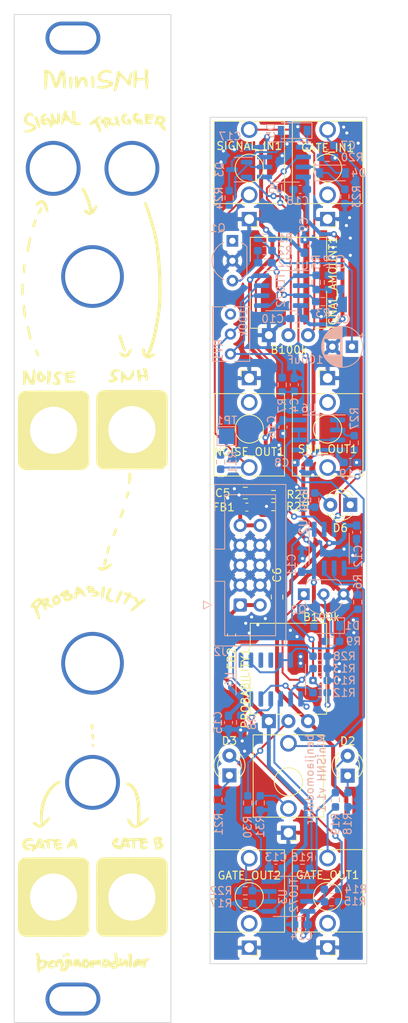
<source format=kicad_pcb>
(kicad_pcb (version 20211014) (generator pcbnew)
  (title_block (title "MiniSNH") (date "2023-06-07") (rev "V1.1") (company "benjiaomodular"))
  (layers (0 "F.Cu" signal) (31 "B.Cu" signal) (34 "B.Paste" user) (35 "F.Paste" user) (36 "B.SilkS" user "B.Silkscreen") (37 "F.SilkS" user "F.Silkscreen") (38 "B.Mask" user) (39 "F.Mask" user) (44 "Edge.Cuts" user))
  (net 0 "")
  (net 1 "GND")
  (net 2 "Net-(C1-Pad1)")
  (net 3 "Net-(C2-Pad1)")
  (net 4 "Net-(C2-Pad2)")
  (net 5 "Net-(C3-Pad2)")
  (net 6 "Net-(C4-Pad2)")
  (net 7 "+12V")
  (net 8 "-12V")
  (net 9 "Net-(D1-Pad1)")
  (net 10 "GATE_OUT1")
  (net 11 "Net-(D2-Pad1)")
  (net 12 "Net-(D3-Pad1)")
  (net 13 "Net-(D3-Pad2)")
  (net 14 "SNH_OUTPUT")
  (net 15 "NOISE_OUTPUT")
  (net 16 "GATE_OUT2")
  (net 17 "Net-(D6-Pad1)")
  (net 18 "Net-(FB1-Pad1)")
  (net 19 "GATE_IN")
  (net 20 "Net-(D2-Pad2)")
  (net 21 "Net-(FB2-Pad1)")
  (net 22 "Net-(D4-Pad1)")
  (net 24 "Net-(Q3-Pad1)")
  (net 25 "Net-(D6-Pad2)")
  (net 26 "VREF")
  (net 27 "Net-(R6-Pad1)")
  (net 28 "Net-(D5-Pad1)")
  (net 29 "Net-(D5-Pad2)")
  (net 30 "WHITE_NOISE")
  (net 34 "Net-(R4-Pad1)")
  (net 35 "Net-(R5-Pad1)")
  (net 36 "Net-(R14-Pad2)")
  (net 37 "Net-(PROB_IN1-PadT)")
  (net 38 "Net-(Q2-Pad2)")
  (net 39 "Net-(R7-Pad1)")
  (net 40 "Net-(R10-Pad2)")
  (net 41 "Net-(R16-Pad1)")
  (net 43 "Net-(R16-Pad2)")
  (net 44 "Net-(SIGNAL_AMOUNT1-Pad2)")
  (net 45 "Net-(R27-Pad1)")
  (net 46 "Net-(R28-Pad2)")
  (net 47 "Net-(PROBABILITY1-Pad2)")
  (net 49 "Net-(SIGNAL_AMOUNT1-Pad3)")
  (net 50 "Net-(Q2-Pad1)")
  (net 51 "Net-(R14-Pad1)")
  (net 54 "Net-(C8-Pad1)")
  (net 55 "Net-(C7-Pad2)")
  (net 57 "Net-(PROB_IN1-PadTN)")
  (footprint "Wire_Pads:SolderWirePad_single_0-8mmDrill" (layer "F.Cu") (at 114.974998 68.61302)
    (fp_text reference "")
    (fp_text value "")
  )
  (footprint "Wire_Pads:SolderWirePad_single_0-8mmDrill" (layer "F.Cu") (at 115.025064 161.49991)
    (fp_text reference "")
    (fp_text value "")
  )
  (footprint "LOGO" (layer "F.Cu") (at 120 113.25)
    (fp_text reference "G***" hide)
    (fp_text value "LOGO" hide)
  )
  (footprint "Wire_Pads:SolderWirePad_single_0-8mmDrill" (layer "F.Cu") (at 115.025065 101.999905)
    (fp_text reference "")
    (fp_text value "")
  )
  (footprint "LOGO" (layer "F.Cu") (at 120 113.25)
    (fp_text reference "G***" hide)
    (fp_text value "LOGO" hide)
  )
  (footprint "Resistor_SMD:R_0603_1608Metric_Pad0.98x0.95mm_HandSolder" (layer "F.Cu") (at 143.1 111.725)
    (fp_text reference "R25")
    (fp_text value "33k")
  )
  (footprint "benjiaomodular:AudioJack_3.5mm" (layer "F.Cu") (at 150 95.35)
    (fp_text reference "SNH_OUT1")
    (fp_text value "PJ-3001F" hide)
  )
  (footprint "Capacitor_SMD:C_0805_2012Metric_Pad1.18x1.45mm_HandSolder" (layer "F.Cu") (at 139.5 110 180)
    (fp_text reference "C5")
    (fp_text value "47uF")
  )
  (footprint "LED_THT:LED_D3.0mm" (layer "F.Cu") (at 152.88875 111.5 180)
    (fp_text reference "D6")
    (fp_text value "LED_Dual_Bidirectional")
  )
  (footprint "benjiaomodular:AudioJack_3.5mm" (layer "F.Cu") (at 150 75.08 180)
    (fp_text reference "GATE_IN1")
    (fp_text value "PJ-3001F" hide)
  )
  (footprint "LED_THT:LED_D3.0mm" (layer "F.Cu") (at 137.47 145.995 90)
    (fp_text reference "D3")
    (fp_text value "LED")
  )
  (footprint "benjiaomodular:Panel_4HP" (layer "F.Cu") (at 110 49)
    (fp_text reference "REF**" hide)
    (fp_text value "Panel_4HP")
  )
  (footprint "benjiaomodular:Potentiometer_RV09_NoBracket" (layer "F.Cu") (at 142.5 139.075 90)
    (fp_text reference "PROBABILITY1")
    (fp_text value "B100k")
  )
  (footprint "LED_THT:LED_D3.0mm" (layer "F.Cu") (at 152.56 146.03 90)
    (fp_text reference "D2")
    (fp_text value "LED")
  )
  (footprint "benjiaomodular:AudioJack_3.5mm" (layer "F.Cu") (at 145 153.3 180)
    (fp_text reference "PROB_IN1" hide)
    (fp_text value "PJ-3001F" hide)
  )
  (footprint "Capacitor_SMD:C_0603_1608Metric_Pad1.08x0.95mm_HandSolder" (layer "F.Cu") (at 139.7 111.8)
    (fp_text reference "FB1")
    (fp_text value "742792664")
  )
  (footprint "Capacitor_SMD:C_0805_2012Metric_Pad1.18x1.45mm_HandSolder" (layer "F.Cu") (at 143.55 123.25 -90)
    (fp_text reference "C6")
    (fp_text value "47uF")
  )
  (footprint "benjiaomodular:AudioJack_3.5mm" (layer "F.Cu") (at 140 167.95 180)
    (fp_text reference "GATE_OUT2")
    (fp_text value "PJ-3001F" hide)
  )
  (footprint "Wire_Pads:SolderWirePad_single_0-8mmDrill" (layer "F.Cu") (at 119.999999 146.882027)
    (fp_text reference "")
    (fp_text value "")
  )
  (footprint "benjiaomodular:AudioJack_3.5mm" (layer "F.Cu") (at 140 75.08 180)
    (fp_text reference "SIGNAL_IN1")
    (fp_text value "PJ-3001F" hide)
  )
  (footprint "Wire_Pads:SolderWirePad_single_0-8mmDrill" (layer "F.Cu") (at 120 131.7)
    (fp_text reference "")
    (fp_text value "")
  )
  (footprint "Wire_Pads:SolderWirePad_single_0-8mmDrill" (layer "F.Cu") (at 125.024997 68.613022)
    (fp_text reference "")
    (fp_text value "")
  )
  (footprint "Resistor_SMD:R_0603_1608Metric_Pad0.98x0.95mm_HandSolder" (layer "F.Cu") (at 143.1 110.2 180)
    (fp_text reference "R26")
    (fp_text value "100k")
  )
  (footprint "benjiaomodular:AudioJack_3.5mm" (layer "F.Cu") (at 140 95.35)
    (fp_text reference "NOISE_OUT1")
    (fp_text value "PJ-3001F" hide)
  )
  (footprint "Wire_Pads:SolderWirePad_single_0-8mmDrill" (layer "F.Cu") (at 125.024997 101.920315)
    (fp_text reference "")
    (fp_text value "")
  )
  (footprint "Wire_Pads:SolderWirePad_single_0-8mmDrill" (layer "F.Cu") (at 125.024999 161.49991)
    (fp_text reference "")
    (fp_text value "")
  )
  (footprint "Capacitor_SMD:C_0603_1608Metric_Pad1.08x0.95mm_HandSolder" (layer "F.Cu") (at 137.75 128.1 -90)
    (fp_text reference "FB2")
    (fp_text value "742792664")
  )
  (footprint "benjiaomodular:Potentiometer_RV09_NoBracket" (layer "F.Cu") (at 142.5 89.875 90)
    (fp_text reference "SIGNAL_AMOUNT1")
    (fp_text value "B100k")
  )
  (footprint "Wire_Pads:SolderWirePad_single_0-8mmDrill" (layer "F.Cu") (at 120 82.4)
    (fp_text reference "")
    (fp_text value "")
  )
  (footprint "benjiaomodular:AudioJack_3.5mm" (layer "F.Cu") (at 150 167.93 180)
    (fp_text reference "GATE_OUT1")
    (fp_text value "PJ-3001F" hide)
  )
  (footprint "Capacitor_SMD:C_0603_1608Metric_Pad1.08x0.95mm_HandSolder" (layer "B.Cu") (at 139 65.9)
    (fp_text reference "C17")
    (fp_text value "100nF")
  )
  (footprint "Capacitor_SMD:C_0603_1608Metric_Pad1.08x0.95mm_HandSolder" (layer "B.Cu") (at 145.75 96.2 -90)
    (fp_text reference "C4")
    (fp_text value "220nF")
  )
  (footprint "Resistor_SMD:R_0603_1608Metric_Pad0.98x0.95mm_HandSolder" (layer "B.Cu") (at 139.5 160.7 180)
    (fp_text reference "R22")
    (fp_text value "1k")
  )
  (footprint "Capacitor_SMD:C_0603_1608Metric_Pad1.08x0.95mm_HandSolder" (layer "B.Cu") (at 142 80.65)
    (fp_text reference "C2")
    (fp_text value "10nF")
  )
  (footprint "Resistor_SMD:R_0603_1608Metric_Pad0.98x0.95mm_HandSolder" (layer "B.Cu") (at 149.05 132.375 180)
    (fp_text reference "R13")
    (fp_text value "10k")
  )
  (footprint "Capacitor_SMD:C_0603_1608Metric_Pad1.08x0.95mm_HandSolder" (layer "B.Cu") (at 144.3 101.6 90)
    (fp_text reference "C16")
    (fp_text value "100nF")
  )
  (footprint "Package_SO:SOIC-8_3.9x4.9mm_P1.27mm" (layer "B.Cu") (at 144.05 84.2 180)
    (fp_text reference "U1")
    (fp_text value "TL072")
  )
  (footprint "Package_SO:SOIC-8_3.9x4.9mm_P1.27mm" (layer "B.Cu") (at 145 161.415 180)
    (fp_text reference "U3")
    (fp_text value "TL072")
  )
  (footprint "Resistor_SMD:R_0603_1608Metric_Pad0.98x0.95mm_HandSolder" (layer "B.Cu") (at 149.05 133.9 180)
    (fp_text reference "R10")
    (fp_text value "10k")
  )
  (footprint "Connector_IDC:IDC-Header_2x05_P2.54mm_Vertical" (layer "B.Cu") (at 138.8475 124.28)
    (fp_text reference "J2")
    (fp_text value "IDC_2x05")
  )
  (footprint "Capacitor_SMD:C_0603_1608Metric_Pad1.08x0.95mm_HandSolder" (layer "B.Cu") (at 146.7 119.175 -90)
    (fp_text reference "C11")
    (fp_text value "100nF")
  )
  (footprint "Resistor_SMD:R_0603_1608Metric_Pad0.98x0.95mm_HandSolder" (layer "B.Cu") (at 150.1 83.15 90)
    (fp_text reference "R4")
    (fp_text value "2.2k")
  )
  (footprint "Resistor_SMD:R_0603_1608Metric_Pad0.98x0.95mm_HandSolder" (layer "B.Cu") (at 150.51 162.1 180)
    (fp_text reference "R15")
    (fp_text value "10k")
  )
  (footprint "Package_SO:SOIC-14_3.9x8.7mm_P1.27mm" (layer "B.Cu") (at 142.75 133.775 -90)
    (fp_text reference "U4")
    (fp_text value "4081")
  )
  (footprint "Resistor_SMD:R_0603_1608Metric_Pad0.98x0.95mm_HandSolder" (layer "B.Cu") (at 152.2 72.2 -90)
    (fp_text reference "R23")
    (fp_text value "100k")
  )
  (footprint "Capacitor_SMD:C_0603_1608Metric_Pad1.08x0.95mm_HandSolder" (layer "B.Cu") (at 146.6 165 180)
    (fp_text reference "C14")
    (fp_text value "100nF")
  )
  (footprint "Diode_SMD:D_SOD-123" (layer "B.Cu") (at 145.75 63.8 180)
    (fp_text reference "D5")
    (fp_text value "1N4148W")
  )
  (footprint "Resistor_SMD:R_0603_1608Metric_Pad0.98x0.95mm_HandSolder" (layer "B.Cu") (at 138.9 139.25 90)
    (fp_text reference "R8")
    (fp_text value "10k")
  )
  (footprint "Resistor_SMD:R_0603_1608Metric_Pad0.98x0.95mm_HandSolder" (layer "B.Cu") (at 151 149.1 -90)
    (fp_text reference "R19")
    (fp_text value "1k")
  )
  (footprint "Resistor_SMD:R_0603_1608Metric_Pad0.98x0.95mm_HandSolder" (layer "B.Cu") (at 139.8 149.5 90)
    (fp_text reference "R30")
    (fp_text value "10k")
  )
  (footprint "Capacitor_SMD:C_0603_1608Metric_Pad1.08x0.95mm_HandSolder" (layer "B.Cu") (at 152.9 106.1)
    (fp_text reference "C19")
    (fp_text value "100nF")
  )
  (footprint "Diode_SMD:D_SOD-123" (layer "B.Cu") (at 149.9 126.9 180)
    (fp_text reference "D1")
    (fp_text value "1N4148W")
  )
  (footprint "Capacitor_SMD:C_0603_1608Metric_Pad1.08x0.95mm_HandSolder" (layer "B.Cu") (at 137.35 139.25 90)
    (fp_text reference "C15")
    (fp_text value "100nF")
  )
  (footprint "Package_TO_SOT_SMD:SOT-23" (layer "B.Cu") (at 138.725 68.775 180)
    (fp_text reference "Q3")
    (fp_text value "MMBFJ113")
  )
  (footprint "Capacitor_SMD:C_0603_1608Metric_Pad1.08x0.95mm_HandSolder" (layer "B.Cu") (at 151.65 83.15 90)
    (fp_text reference "C3")
    (fp_text value "220nF")
  )
  (footprint "benjiaomodular:Capacitor_Radial_D5.0mm_P2.5mm" (layer "B.Cu") (at 153.105113 91.35 180)
    (fp_text reference "C1")
    (fp_text value "100uF")
  )
  (footprint "Resistor_SMD:R_0603_1608Metric_Pad0.98x0.95mm_HandSolder" (layer "B.Cu") (at 153.4 103.6 -90)
    (fp_text reference "R27")
    (fp_text value "1k")
  )
  (footprint "Resistor_SMD:R_0603_1608Metric_Pad0.98x0.95mm_HandSolder" (layer "B.Cu") (at 142 79.1 180)
    (fp_text reference "R2")
    (fp_text value "100k")
  )
  (footprint "Package_SO:SOIC-8_3.9x4.9mm_P1.27mm" (layer "B.Cu") (at 144.425 67.8 180)
    (fp_text reference "U5")
    (fp_text value "TL072")
  )
  (footprint "Resistor_SMD:R_0603_1608Metric_Pad0.98x0.95mm_HandSolder" (layer "B.Cu") (at 150.5 160.5 180)
    (fp_text reference "R14")
    (fp_text value "10k")
  )
  (footprint "Resistor_SMD:R_0603_1608Metric_Pad0.98x0.95mm_HandSolder" (layer "B.Cu") (at 149.9875 67.2)
    (fp_text reference "R20")
    (fp_text value "100k")
  )
  (footprint "Resistor_SMD:R_0603_1608Metric_Pad0.98x0.95mm_HandSolder" (layer "B.Cu") (at 148.36375 110.9 90)
    (fp_text reference "R29")
    (fp_text value "1k")
  )
  (footprint "Resistor_SMD:R_0603_1608Metric_Pad0.98x0.95mm_HandSolder" (layer "B.Cu") (at 150.6 128.9)
    (fp_text reference "R9")
    (fp_text value "10k")
  )
  (footprint "Capacitor_SMD:C_0603_1608Metric_Pad1.08x0.95mm_HandSolder" (layer "B.Cu") (at 146.75 106.15 180)
    (fp_text reference "C8")
    (fp_text value "100nF")
  )
  (footprint "TestPoint:TestPoint_Pad_2.0x2.0mm" (layer "B.Cu") (at 137.1 102.75 180)
    (fp_text reference "TP1")
    (fp_text value "TP_10Vpp")
  )
  (footprint "Resistor_SMD:R_0603_1608Metric_Pad0.98x0.95mm_HandSolder" (layer "B.Cu") (at 148.55 83.15 -90)
    (fp_text reference "R5")
    (fp_text value "100k")
  )
  (footprint "Capacitor_SMD:C_0603_1608Metric_Pad1.08x0.95mm_HandSolder" (layer "B.Cu") (at 153.7 115 -90)
    (fp_text reference "C12")
    (fp_text value "100nF")
  )
  (footprint "Capacitor_SMD:C_0603_1608Metric_Pad1.08x0.95mm_HandSolder" (layer "B.Cu") (at 146.5 71.3 180)
    (fp_text reference "C18")
    (fp_text value "100nF")
  )
  (footprint "Resistor_SMD:R_0603_1608Metric_Pad0.98x0.95mm_HandSolder" (layer "B.Cu") (at 142 77.55 180)
    (fp_text reference "R1")
    (fp_text value "4.7k")
  )
  (footprint "Package_SO:SOIC-8_3.9x4.9mm_P1.27mm" (layer "B.Cu") (at 148.8 102.6 180)
    (fp_text reference "U6")
    (fp_text value "TL072")
  )
  (footprint "Resistor_SMD:R_0603_1608Metric_Pad0.98x0.95mm_HandSolder" (layer "B.Cu") (at 136 149.1 90)
    (fp_text reference "R21")
    (fp_text value "10k")
  )
  (footprint "Package_TO_SOT_THT:TO-92_Inline_Wide" (layer "B.Cu") (at 137.85 77.85 -90)
    (fp_text reference "Q1")
    (fp_text value "BC549")
  )
  (footprint "Resistor_SMD:R_0603_1608Metric_Pad0.98x0.95mm_HandSolder" (layer "B.Cu") (at 149.4 85.6)
    (fp_text reference "R3")
    (fp_text value "100k")
  )
  (footprint "Potentiometer_THT:Potentiometer_Bourns_3266Y_Vertical" (layer "B.Cu") (at 137.6 92.275 -90)
    (fp_text reference "RV1")
    (fp_text value "100k")
  )
  (footprint "Resistor_SMD:R_0603_1608Metric_Pad0.98x0.95mm_HandSolder" (layer "B.Cu") (at 144.2 96.2 -90)
    (fp_text reference "R7")
    (fp_text value "2.2k")
  )
  (footprint "Resistor_SMD:R_0603_1608Metric_Pad0.98x0.95mm_HandSolder" (layer "B.Cu") (at 146.8 157.85 180)
    (fp_text reference "R16")
    (fp_text value "10k")
  )
  (footprint "Capacitor_SMD:C_0603_1608Metric_Pad1.08x0.95mm_HandSolder" (layer "B.Cu") (at 146.1 87.75 180)
    (fp_text reference "C10")
    (fp_text value "100nF")
  )
  (footprint "Package_TO_SOT_THT:TO-92_Inline_Wide" (layer "B.Cu") (at 146.96 122.9)
    (fp_text reference "Q2")
    (fp_text value "BC549")
  )
  (footprint "Capacitor_SMD:C_0603_1608Metric_Pad1.08x0.95mm_HandSolder" (layer "B.Cu") (at 147 78.5 -90)
    (fp_text reference "C9")
    (fp_text value "100nF")
  )
  (footprint "Resistor_SMD:R_0603_1608Metric_Pad0.98x0.95mm_HandSolder" (layer "B.Cu") (at 139.5 162.3)
    (fp_text reference "R17")
    (fp_text value "10k")
  )
  (footprint "Resistor_SMD:R_0603_1608Metric_Pad0.98x0.95mm_HandSolder" (layer "B.Cu") (at 137.432 72.368 90)
    (fp_text reference "R24")
    (fp_text value "1M")
  )
  (footprint "Resistor_SMD:R_0603_1608Metric_Pad0.98x0.95mm_HandSolder" (layer "B.Cu") (at 141.4 149.5 -90)
    (fp_text reference "R31")
    (fp_text value "10k")
  )
  (footprint "Resistor_SMD:R_0603_1608Metric_Pad0.98x0.95mm_HandSolder" (layer "B.Cu") (at 149.05 130.8 180)
    (fp_text reference "R28")
    (fp_text value "10k")
  )
  (footprint "Resistor_SMD:R_0603_1608Metric_Pad0.98x0.95mm_HandSolder" (layer "B.Cu") (at 136.35 106.05 -90)
    (fp_text reference "R11")
    (fp_text value "1k")
  )
  (footprint "Resistor_SMD:R_0603_1608Metric_Pad0.98x0.95mm_HandSolder" (layer "B.Cu") (at 153.85 123.9 -90)
    (fp_text reference "R6")
    (fp_text value "1k")
  )
  (footprint "Diode_SMD:D_SOD-123" (layer "B.Cu") (at 150.625 69.2)
    (fp_text reference "D4")
    (fp_text value "1N4148W")
  )
  (footprint "Capacitor_SMD:C_0603_1608Metric_Pad1.08x0.95mm_HandSolder" (layer "B.Cu") (at 149.9875 65.7 180)
    (fp_text reference "C7")
    (fp_text value "10nF")
  )
  (footprint "Package_SO:SOIC-8_3.9x4.9mm_P1.27mm" (layer "B.Cu") (at 150.2 117.1 -90)
    (fp_text reference "U2")
    (fp_text value "TL072")
  )
  (footprint "Resistor_SMD:R_0603_1608Metric_Pad0.98x0.95mm_HandSolder" (layer "B.Cu") (at 152.6 149.1 90)
    (fp_text reference "R18")
    (fp_text value "10k")
  )
  (footprint "Resistor_SMD:R_0603_1608Metric_Pad0.98x0.95mm_HandSolder" (layer "B.Cu") (at 149.05 135.45)
    (fp_text reference "R12")
    (fp_text value "1k")
  )
  (footprint "Capacitor_SMD:C_0603_1608Metric_Pad1.08x0.95mm_HandSolder" (layer "B.Cu") (at 143.4 157.825)
    (fp_text reference "C13")
    (fp_text value "100nF")
  )
  (gr_line (start 110 177.5) (end 110 49) (layer "Edge.Cuts") (width 0.1))
  (gr_line (start 155 62.1) (end 155 170) (layer "Edge.Cuts") (width 0.1))
  (gr_line (start 129.999999 177.5) (end 129.999999 49) (layer "Edge.Cuts") (width 0.1))
  (gr_line (start 155 170) (end 135 170) (layer "Edge.Cuts") (width 0.1))
  (gr_line (start 135 170) (end 135 62.1) (layer "Edge.Cuts") (width 0.1))
  (gr_line (start 135 62.1) (end 155 62.1) (layer "Edge.Cuts") (width 0.1))
  (gr_line (start 110 49) (end 129.999999 49) (layer "Edge.Cuts") (width 0.1))
  (gr_line (start 129.999999 177.5) (end 110 177.5) (layer "Edge.Cuts") (width 0.1))
  (gr_text "MiniSNH v1.1" (at 149.25 145.7 90) (layer "B.SilkS") (effects (font (size 1 1)) (justify mirror)))
  (gr_text "benjiaomodular" (at 147.7 146.5 90) (layer "B.SilkS") (effects (font (size 1 1)) (justify mirror)))
  (via (at 146.55 130.85) (size 0.8) (drill 0.4) (layers "F.Cu" "B.Cu") (net 1))
  (via (at 140 127.85) (size 0.8) (drill 0.4) (layers "F.Cu" "B.Cu") (net 1))
  (via (at 153.2 117.95) (size 0.8) (drill 0.4) (layers "F.Cu" "B.Cu") (net 1))
  (via (at 152.4 75.9) (size 0.8) (drill 0.4) (layers "F.Cu" "B.Cu") (net 1))
  (via (at 150.4 87) (size 0.8) (drill 0.4) (layers "F.Cu" "B.Cu") (net 1))
  (via (at 151.5 132.75) (size 0.8) (drill 0.4) (layers "F.Cu" "B.Cu") (net 1))
  (via (at 142.2 111.7) (size 0.8) (drill 0.4) (layers "F.Cu" "B.Cu") (net 1))
  (via (at 143.8 106.4) (size 0.8) (drill 0.4) (layers "F.Cu" "B.Cu") (net 1))
  (via (at 150.7 78.7) (size 0.8) (drill 0.4) (layers "F.Cu" "B.Cu") (net 1))
  (via (at 138.7 110.25) (size 0.8) (drill 0.4) (layers "F.Cu" "B.Cu") (net 1))
  (via (at 139.1 141.6) (size 0.8) (drill 0.4) (layers "F.Cu" "B.Cu") (net 1))
  (via (at 143.8 105.1) (size 0.8) (drill 0.4) (layers "F.Cu" "B.Cu") (net 1))
  (via (at 138.9 140.2) (size 0.8) (drill 0.4) (layers "F.Cu" "B.Cu") (net 1))
  (via (at 137.4 141.6) (size 0.8) (drill 0.4) (layers "F.Cu" "B.Cu") (net 1))
  (via (at 147.2 76.4) (size 0.8) (drill 0.4) (layers "F.Cu" "B.Cu") (net 1))
  (via (at 146.0505 109.246135) (size 0.8) (drill 0.4) (layers "F.Cu" "B.Cu") (net 1))
  (via (at 147.429321 124.819401) (size 0.8) (drill 0.4) (layers "F.Cu" "B.Cu") (net 1))
  (via (at 151.5 133.8) (size 0.8) (drill 0.4) (layers "F.Cu" "B.Cu") (net 1))
  (via (at 141.1 126.8) (size 0.8) (drill 0.4) (layers "F.Cu" "B.Cu") (net 1))
  (via (at 139.4 142.9) (size 0.8) (drill 0.4) (layers "F.Cu" "B.Cu") (net 1))
  (via (at 150.95 67.3) (size 0.8) (drill 0.4) (layers "F.Cu" "B.Cu") (net 1))
  (via (at 142.05 126) (size 0.8) (drill 0.4) (layers "F.Cu" "B.Cu") (net 1))
  (via (at 146.55 131.7) (size 0.8) (drill 0.4) (layers "F.Cu" "B.Cu") (net 1))
  (via (at 146.8005 118.338363) (size 0.8) (drill 0.4) (layers "F.Cu" "B.Cu") (net 1))
  (via (at 144.2 67) (size 0.8) (drill 0.4) (layers "F.Cu" "B.Cu") (net 1))
  (via (at 152.1 117.15) (size 0.8) (drill 0.4) (layers "F.Cu" "B.Cu") (net 1))
  (via (at 150.3 85.6) (size 0.8) (drill 0.4) (layers "F.Cu" "B.Cu") (net 1))
  (via (at 152.9 77.5) (size 0.8) (drill 0.4) (layers "F.Cu" "B.Cu") (net 1))
  (via (at 150.7 79.9) (size 0.8) (drill 0.4) (layers "F.Cu" "B.Cu") (net 1))
  (via (at 143.8 103.9) (size 0.8) (drill 0.4) (layers "F.Cu" "B.Cu") (net 1))
  (via (at 152.9 79.7) (size 0.8) (drill 0.4) (layers "F.Cu" "B.Cu") (net 1))
  (via (at 144.3 102.4) (size 0.8) (drill 0.4) (layers "F.Cu" "B.Cu") (net 1))
  (via (at 136.4 67.8) (size 0.8) (drill 0.4) (layers "F.Cu" "B.Cu") (net 1))
  (via (at 144.8245 65.502473) (size 0.8) (drill 0.4) (layers "F.Cu" "B.Cu") (net 1))
  (via (at 140.3 125.8) (size 0.8) (drill 0.4) (layers "F.Cu" "B.Cu") (net 1))
  (via (at 149.2 87.5) (size 0.8) (drill 0.4) (layers "F.Cu" "B.Cu") (net 1))
  (via (at 151.5 131.75) (size 0.8) (drill 0.4) (layers "F.Cu" "B.Cu") (net 1))
  (via (at 153.348882 127.805446) (size 0.8) (drill 0.4) (layers "F.Cu" "B.Cu") (net 1))
  (via (at 138.1 109.45) (size 0.8) (drill 0.4) (layers "F.Cu" "B.Cu") (net 1))
  (via (at 145.25 127.5) (size 0.8) (drill 0.4) (layers "F.Cu" "B.Cu") (net 1))
  (via (at 152.05 63.35) (size 0.8) (drill 0.4) (layers "F.Cu" "B.Cu") (net 1))
  (via (at 136.7 66.4) (size 0.8) (drill 0.4) (layers "F.Cu" "B.Cu") (net 1))
  (via (at 153.7 106.1) (size 0.8) (drill 0.4) (layers "F.Cu" "B.Cu") (net 1))
  (via (at 138.1 66.2) (size 0.8) (drill 0.4) (layers "F.Cu" "B.Cu") (net 1))
  (via (at 137.25 110.65) (size 0.8) (drill 0.4) (layers "F.Cu" "B.Cu") (net 1))
  (via (at 145.8 106.1) (size 0.8) (drill 0.4) (layers "F.Cu" "B.Cu") (net 1))
  (via (at 153.9 65.4) (size 0.8) (drill 0.4) (layers "F.Cu" "B.Cu") (net 1))
  (via (at 146.2 63.3) (size 0.8) (drill 0.4) (layers "F.Cu" "B.Cu") (net 1))
  (via (at 146.1 128.3) (size 0.8) (drill 0.4) (layers "F.Cu" "B.Cu") (net 1))
  (via (at 152.8 74.9) (size 0.8) (drill 0.4) (layers "F.Cu" "B.Cu") (net 1))
  (via (at 147.1 77.7) (size 0.8) (drill 0.4) (layers "F.Cu" "B.Cu") (net 1))
  (via (at 153.287299 126.187299) (size 0.8) (drill 0.4) (layers "F.Cu" "B.Cu") (net 1))
  (via (at 152.45 64.1) (size 0.8) (drill 0.4) (layers "F.Cu" "B.Cu") (net 1))
  (via (at 139.55 126.6) (size 0.8) (drill 0.4) (layers "F.Cu" "B.Cu") (net 1))
  (via (at 148.100788 107.700588) (size 0.8) (drill 0.4) (layers "F.Cu" "B.Cu") (net 1))
  (segment (start 144.625 87.75) (end 142.5 89.875) (width 0.5) (layer "B.Cu") (net 1))
  (segment (start 145.2375 87.75) (end 144.625 87.75) (width 0.5) (layer "B.Cu") (net 1))
  (segment (start 141.0875 77.55) (end 141.3625 77.55) (width 0.25) (layer "B.Cu") (net 2))
  (segment (start 141.3625 77.55) (end 142.9125 79.1) (width 0.25) (layer "B.Cu") (net 2))
  (segment (start 153.1 91.344887) (end 153.105113 91.35) (width 0.25) (layer "B.Cu") (net 2))
  (segment (start 144.5125 80.7) (end 152.1 80.7) (width 0.25) (layer "B.Cu") (net 2))
  (segment (start 153.1 81.7) (end 153.1 91.344887) (width 0.25) (layer "B.Cu") (net 2))
  (segment (start 142.9125 79.1) (end 144.5125 80.7) (width 0.25) (layer "B.Cu") (net 2))
  (segment (start 152.1 80.7) (end 153.1 81.7) (width 0.25) (layer "B.Cu") (net 2))
  (segment (start 141.1375 80.65) (end 138.8575 82.93) (width 0.25) (layer "B.Cu") (net 3))
  (segment (start 138.8575 82.93) (end 137.85 82.93) (width 0.25) (layer "B.Cu") (net 3))
  (segment (start 141.0875 80.6) (end 141.1375 80.65) (width 0.25) (layer "B.Cu") (net 3))
  (segment (start 141.0875 79.1) (end 141.0875 80.6) (width 0.25) (layer "B.Cu") (net 3))
  (segment (start 143.5 81.8) (end 143.5 83.786511) (width 0.25) (layer "F.Cu") (net 4))
  (segment (start 143.5 83.786511) (end 144.4495 84.736011) (width 0.25) (layer "F.Cu") (net 4))
  (via (at 144.4495 84.736011) (size 0.8) (drill 0.4) (layers "F.Cu" "B.Cu") (net 4))
  (via (at 143.5 81.8) (size 0.8) (drill 0.4) (layers "F.Cu" "B.Cu") (net 4))
  (segment (start 143.5 81.2875) (end 142.8625 80.65) (width 0.25) (layer "B.Cu") (net 4))
  (segment (start 146.04926 84.736011) (end 144.4495 84.736011) (width 0.25) (layer "B.Cu") (net 4))
  (segment (start 147.7475 84.835) (end 148.55 85.6375) (width 0.25) (layer "B.Cu") (net 4))
  (segment (start 143.5 81.8) (end 143.5 81.2875) (width 0.25) (layer "B.Cu") (net 4))
  (segment (start 146.525 84.835) (end 146.148249 84.835) (width 0.25) (layer "B.Cu") (net 4))
  (segment (start 146.148249 84.835) (end 146.04926 84.736011) (width 0.25) (layer "B.Cu") (net 4))
  (segment (start 146.525 84.835) (end 147.7475 84.835) (width 0.25) (layer "B.Cu") (net 4))
  (segment (start 150.1 82.2375) (end 151.6 82.2375) (width 0.25) (layer "B.Cu") (net 5))
  (segment (start 151.6 82.2375) (end 151.65 82.2875) (width 0.25) (layer "B.Cu") (net 5))
  (segment (start 144.2 97.1125) (end 145.7 97.1125) (width 0.25) (layer "B.Cu") (net 6))
  (segment (start 142.5 139.075) (end 137.660939 134.235939) (width 0.5) (layer "F.Cu") (net 7))
  (segment (start 142.1 102.962) (end 142.0755 102.9375) (width 0.5) (layer "F.Cu") (net 7))
  (segment (start 141.515 75.815) (end 141.515 65.385) (width 0.5) (layer "F.Cu") (net 7))
  (segment (start 138.9375 108.4) (end 137.3 108.4) (width 0.5) (layer "F.Cu") (net 7))
  (segment (start 150 126.35) (end 148.25 124.6) (width 0.5) (layer "F.Cu") (net 7))
  (segment (start 140.5375 110) (end 141.9875 110) (width 0.5) (layer "F.Cu") (net 7))
  (segment (start 140.5375 110) (end 138.9375 108.4) (width 0.5) (layer "F.Cu") (net 7))
  (segment (start 140.1 82.8) (end 142.95 79.95) (width 0.5) (layer "F.Cu") (net 7))
  (segment (start 141.9875 110) (end 142.1875 110.2) (width 0.5) (layer "F.Cu") (net 7))
  (segment (start 142.95 77.25) (end 142.15 76.45) (width 0.5) (layer "F.Cu") (net 7))
  (segment (start 142.1 102.913) (end 142.0755 102.9375) (width 0.5) (layer "F.Cu") (net 7))
  (segment (start 140.5375 110) (end 140.5375 111.775) (width 0.5) (layer "F.Cu") (net 7))
  (segment (start 141.515 65.385) (end 142.3 64.6) (width 0.5) (layer "F.Cu") (net 7))
  (segment (start 142.1 110.1125) (end 142.1 102.962) (width 0.5) (layer "F.Cu") (net 7))
  (segment (start 147.275 115.925) (end 147.3 115.925) (width 0.5) (layer "F.Cu") (net 7))
  (segment (start 150 137) (end 150 126.35) (width 0.5) (layer "F.Cu") (net 7))
  (segment (start 148.25 124.6) (end 148.25 121.4) (width 0.5) (layer "F.Cu") (net 7))
  (segment (start 142.95 79.95) (end 142.95 77.25) (width 0.5) (layer "F.Cu") (net 7))
  (segment (start 140.1 91.462468) (end 142.1 93.462468) (width 0.5) (layer "F.Cu") (net 7))
  (segment (start 144.15 112.8) (end 147.275 115.925) (width 0.5) (layer "F.Cu") (net 7))
  (segment (start 136.3 109.4) (end 136.3 132.987848) (width 0.5) (layer "F.Cu") (net 7))
  (segment (start 140.5625 111.8) (end 141.5625 112.8) (width 0.5) (layer "F.Cu") (net 7))
  (segment (start 141.5625 112.8) (end 144.15 112.8) (width 0.5) (layer "F.Cu") (net 7))
  (segment (start 137.660939 134.235939) (end 137.548091 134.235939) (width 0.5) (layer "F.Cu") (net 7))
  (segment (start 142.1875 110.2) (end 142.1 110.1125) (width 0.5) (layer "F.Cu") (net 7))
  (segment (start 140.5375 111.775) (end 140.5625 111.8) (width 0.5) (layer "F.Cu") (net 7))
  (segment (start 142.1 93.462468) (end 142.1 102.913) (width 0.5) (layer "F.Cu") (net 7))
  (segment (start 142.15 76.45) (end 141.515 75.815) (width 0.5) (layer "F.Cu") (net 7))
  (segment (start 140.1 82.8) (end 140.1 91.462468) (width 0.5) (layer "F.Cu") (net 7))
  (segment (start 137.3 108.4) (end 136.3 109.4) (width 0.5) (layer "F.Cu") (net 7))
  (segment (start 136.3 132.987848) (end 137.548091 134.235939) (width 0.5) (layer "F.Cu") (net 7))
  (via (at 148.25 121.4) (size 0.8) (drill 0.4) (layers "F.Cu" "B.Cu") (net 7))
  (via (at 142.15 76.45) (size 0.8) (drill 0.4) (layers "F.Cu" "B.Cu") (net 7))
  (via (at 147.3 115.925) (size 0.8) (drill 0.4) (layers "F.Cu" "B.Cu") (net 7))
  (via (at 137.548091 134.235939) (size 0.8) (drill 0.4) (layers "F.Cu" "B.Cu") (net 7))
  (via (at 142.3 64.6) (size 0.8) (drill 0.4) (layers "F.Cu" "B.Cu") (net 7))
  (via (at 150 137) (size 0.8) (drill 0.4) (layers "F.Cu" "B.Cu") (net 7))
  (via (at 140.1 82.8) (size 0.8) (drill 0.4) (layers "F.Cu" "B.Cu") (net 7))
  (via (at 142.0755 102.9375) (size 0.8) (drill 0.4) (layers "F.Cu" "B.Cu") (net 7))
  (segment (start 147.8325 120.0375) (end 148.275 119.595) (width 0.5) (layer "B.Cu") (net 7))
  (segment (start 142.5 139.075) (end 142.5 144.85) (width 0.5) (layer "B.Cu") (net 7))
  (segment (start 138.94 136.25) (end 137.548091 134.858091) (width 0.5) (layer "B.Cu") (net 7))
  (segment (start 142.9125 77.2125) (end 142.15 76.45) (width 0.5) (layer "B.Cu") (net 7))
  (segment (start 138.94 136.7975) (end 137.35 138.3875) (width 0.5) (layer "B.Cu") (net 7))
  (segment (start 146.8625 79.3625) (end 147 79.3625) (width 0.5) (layer "B.Cu") (net 7))
  (segment (start 146.7 120.0375) (end 147.8325 120.0375) (width 0.5) (layer "B.Cu") (net 7))
  (segment (start 139.8675 65.895) (end 141.95 65.895) (width 0.5) (layer "B.Cu") (net 7))
  (segment (start 147.2 154.8875) (end 144.2625 157.825) (width 0.5) (layer "B.Cu") (net 7))
  (segment (start 144.3 100.7375) (end 142.1 102.9375) (width 0.5) (layer "B.Cu") (net 7))
  (segment (start 142.5 144.85) (end 147.2 149.55) (width 0.5) (layer "B.Cu") (net 7))
  (segment (start 149.9625 136.9625) (end 150 137) (width 0.5) (layer "B.Cu") (net 7))
  (segment (start 138.94 136.25) (end 138.94 136.7975) (width 0.5) (layer "B.Cu") (net 7))
  (segment (start 147.2 149.55) (end 147.2 154.8875) (width 0.5) (layer "B.Cu") (net 7))
  (segment (start 148.25 121.4) (end 148.25 119.62) (width 0.5) (layer "B.Cu") (net 7))
  (segment (start 140.605 82.295) (end 141.575 82.295) (width 0.5) (layer "B.Cu") (net 7))
  (segment (start 142.1 102.9375) (end 142.0755 102.9375) (width 0.5) (layer "B.Cu") (net 7))
  (segment (start 140.1 82.8) (end 140.605 82.295) (width 0.5) (layer "B.Cu") (net 7))
  (segment (start 149.9625 135.45) (end 149.9625 136.9625) (width 0.5) (layer "B.Cu") (net 7))
  (segment (start 148.275 119.595) (end 148.275 116.9) (width 0.5) (layer "B.Cu") (net 7))
  (segment (start 142.9125 77.55) (end 145.05 77.55) (width 0.5) (layer "B.Cu") (net 7))
  (segment (start 144.2625 158.9375) (end 144.2625 157.825) (width 0.5) (layer "B.Cu") (net 7))
  (segment (start 148.25 119.62) (end 148.295 119.575) (width 0.5) (layer "B.Cu") (net 7))
  (segment (start 147.8325 120.0375) (end 148.295 119.575) (width 0.5) (layer "B.Cu") (net 7))
  (segment (start 143.69 159.51) (end 142.525 159.51) (width 0.5) (layer "B.Cu") (net 7))
  (segment (start 144.3425 100.695) (end 144.3 100.7375) (width 0.5) (layer "B.Cu") (net 7))
  (segment (start 142.9125 77.55) (end 142.9125 77.2125) (width 0.5) (layer "B.Cu") (net 7))
  (segment (start 139.8625 65.9) (end 139.8675 65.895) (width 0.5) (layer "B.Cu") (net 7))
  (segment (start 137.548091 134.858091) (end 137.548091 134.235939) (width 0.5) (layer "B.Cu") (net 7))
  (segment (start 146.325 100.695) (end 144.3425 100.695) (width 0.5) (layer "B.Cu") (net 7))
  (segment (start 144.2625 158.9375) (end 143.69 159.51) (width 0.5) (layer "B.Cu") (net 7))
  (segment (start 142.3 65.545) (end 141.95 65.895) (width 0.5) (layer "B.Cu") (net 7))
  (segment (start 142.3 64.6) (end 142.3 65.545) (width 0.5) (layer "B.Cu") (net 7))
  (segment (start 148.275 116.9) (end 147.3 115.925) (width 0.5) (layer "B.Cu") (net 7))
  (segment (start 145.05 77.55) (end 146.8625 79.3625) (width 0.5) (layer "B.Cu") (net 7))
  (segment (start 151.9 78.1) (end 150.8 77) (width 0.5) (layer "F.Cu") (net 8))
  (segment (start 146.9 164) (end 146.9 166.4) (width 0.5) (layer "F.Cu") (net 8))
  (segment (start 152.4 148.85) (end 152.4 158.5) (width 0.5) (layer "F.Cu") (net 8))
  (segment (start 143.55 126.15) (end 143.55 124.2875) (width 0.5) (layer "F.Cu") (net 8))
  (segment (start 145.35 121.2) (end 150.175 116.375) (width 0.5) (layer "F.Cu") (net 8))
  (segment (start 143.55 135.125) (end 147.5 139.075) (width 0.5) (layer "F.Cu") (net 8))
  (segment (start 137.75 128.9625) (end 140.7375 128.9625) (width 0.5) (layer "F.Cu") (net 8))
  (segment (start 146.9 106.4) (end 148.3 105) (width 0.5) (layer "F.Cu") (net 8))
  (segment (start 150.7 147.15) (end 152.4 148.85) (width 0.5) (layer "F.Cu") (net 8))
  (segment (start 148.2 91.5) (end 148.2 104.9) (width 0.5) (layer "F.Cu") (net 8))
  (segment (start 147.5 139.075) (end 150.7 142.275) (width 0.5) (layer "F.Cu") (net 8))
  (segment (start 140.7375 128.9625) (end 143.55 126.15) (width 0.5) (layer "F.Cu") (net 8))
  (segment (start 152.4 158.5) (end 146.9 164) (width 0.5) (layer "F.Cu") (net 8))
  (segment (start 150.7 142.275) (end 150.7 147.15) (width 0.5) (layer "F.Cu") (net 8))
  (segment (start 143.55 124.2875) (end 145.35 122.4875) (width 0.5) (layer "F.Cu") (net 8))
  (segment (start 151.9 87.8) (end 148.2 91.5) (width 0.5) (layer "F.Cu") (net 8))
  (segment (start 151.9 87.8) (end 151.9 78.1) (width 0.5) (layer "F.Cu") (net 8))
  (segment (start 150.175 116.375) (end 150.225 116.375) (width 0.5) (layer "F.Cu") (net 8))
  (segment (start 150.225 116.375) (end 146.9 113.05) (width 0.5) (layer "F.Cu") (net 8))
  (segment (start 146.9 113.05) (end 146.9 106.4) (width 0.5) (layer "F.Cu") (net 8))
  (segment (start 148.2 104.9) (end 148.3 105) (width 0.5) (layer "F.Cu") (net 8))
  (segment (start 143.55 124.2875) (end 143.55 135.125) (width 0.5) (layer "F.Cu") (net 8))
  (segment (start 145.35 122.4875) (end 145.35 121.2) (width 0.5) (layer "F.Cu") (net 8))
  (via (at 150.225 116.375) (size 0.8) (drill 0.4) (layers "F.Cu" "B.Cu") (net 8))
  (via (at 148.3 105) (size 0.8) (drill 0.4) (layers "F.Cu" "B.Cu") (net 8))
  (via (at 146.9 166.4) (size 0.8) (drill 0.4) (layers "F.Cu" "B.Cu") (net 8))
  (via (at 150.8 77) (size 0.8) (drill 0.4) (layers "F.Cu" "B.Cu") (net 8))
  (via (at 151.9 87.8) (size 0.8) (drill 0.4) (layers "F.Cu" "B.Cu") (net 8))
  (segment (start 153.7 114.1375) (end 152.5925 114.1375) (width 0.5) (layer "B.Cu") (net 8))
  (segment (start 152.105 114.625) (end 152.105 115.695) (width 0.5) (layer "B.Cu") (net 8))
  (segment (start 151.275 104.505) (end 148.795 104.505) (width 0.5) (layer "B.Cu") (net 8))
  (segment (start 147.4 75.26) (end 149.14 77) (width 0.5) (layer "B.Cu") (net 8))
  (segment (start 152.5925 114.1375) (end 152.105 114.625) (width 0.5) (layer "B.Cu") (net 8))
  (segment (start 146.9 69.705) (end 147.4 70.205) (width 0.5) (layer "B.Cu") (net 8))
  (segment (start 146.525 86.105) (end 146.525 87.3125) (width 0.5) (layer "B.Cu") (net 8))
  (segment (start 147.475 163.32) (end 147.475 164.9875) (width 0.5) (layer "B.Cu") (net 8))
  (segment (start 152.105 115.695) (end 151.425 116.375) (width 0.5) (layer "B.Cu") (net 8))
  (segment (start 151.275 104.505) (end 151.275 105.3375) (width 0.5) (layer "B.Cu") (net 8))
  (segment (start 147.475 164.9875) (end 147.4625 165) (width 0.5) (layer "B.Cu") (net 8))
  (segment (start 149.14 77) (end 150.8 77) (width 0.5) (layer "B.Cu") (net 8))
  (segment (start 151.425 116.375) (end 150.225 116.375) (width 0.5) (layer "B.Cu") (net 8))
  (segment (start 146.9625 87.75) (end 147.7125 88.5) (width 0.5) (layer "B.Cu") (net 8))
  (segment (start 147.7125 88.5) (end 151.2 88.5) (width 0.5) (layer "B.Cu") (net 8))
  (segment (start 146.525 87.3125) (end 146.9625 87.75) (width 0.5) (layer "B.Cu") (net 8))
  (segment (start 148.795 104.505) (end 148.3 105) (width 0.5) (layer "B.Cu") (net 8))
  (segment (start 151.2 88.5) (end 151.9 87.8) (width 0.5) (layer "B.Cu") (net 8))
  (segment (start 151.275 105.3375) (end 152.0375 106.1) (width 0.5) (layer "B.Cu") (net 8))
  (segment (start 147.4625 165.8375) (end 146.9 166.4) (width 0.5) (layer "B.Cu") (net 8))
  (segment (start 147.4 70.205) (end 147.4 75.26) (width 0.5) (layer "B.Cu") (net 8))
  (segment (start 147.4625 165) (end 147.4625 165.8375) (width 0.5) (layer "B.Cu") (net 8))
  (segment (start 139 129.4) (end 147.37319 129.4) (width 0.25) (layer "B.Cu") (net 9))
  (segment (start 153.85 124.8125) (end 153.6375 124.8125) (width 0.25) (layer "B.Cu") (net 9))
  (segment (start 140.21 137.0275) (end 138.9 138.3375) (width 0.25) (layer "B.Cu") (net 9))
  (segment (start 153.6375 124.8125) (end 151.55 126.9) (width 0.25) (layer "B.Cu") (net 9))
  (segment (start 137.95 133.613249) (end 137.95 130.45) (width 0.25) (layer "B.Cu") (net 9))
  (segment (start 140.21 135.873249) (end 137.95 133.613249) (width 0.25) (layer "B.Cu") (net 9))
  (segment (start 147.37319 129.4) (end 147.77319 129.8) (width 0.25) (layer "B.Cu") (net 9))
  (segment (start 147.77319 129.8) (end 150.6125 129.8) (width 0.25) (layer "B.Cu") (net 9))
  (segment (start 150.6125 129.8) (end 151.5125 128.9) (width 0.25) (layer "B.Cu") (net 9))
  (segment (start 151.55 128.8625) (end 151.5125 128.9) (width 0.25) (layer "B.Cu") (net 9))
  (segment (start 140.21 136.25) (end 140.21 135.873249) (width 0.25) (layer "B.Cu") (net 9))
  (segment (start 151.55 126.9) (end 151.55 128.8625) (width 0.25) (layer "B.Cu") (net 9))
  (segment (start 140.21 136.25) (end 140.21 137.0275) (width 0.25) (layer "B.Cu") (net 9))
  (segment (start 137.95 130.45) (end 139 129.4) (width 0.25) (layer "B.Cu") (net 9))
  (segment (start 150 151.0125) (end 150 156.53) (width 0.25) (layer "B.Cu") (net 10))
  (segment (start 151 150.0125) (end 150 151.0125) (width 0.25) (layer "B.Cu") (net 10))
  (segment (start 152.56 148.1475) (end 152.6 148.1875) (width 0.25) (layer "B.Cu") (net 11))
  (segment (start 152.56 146.03) (end 152.56 148.1475) (width 0.25) (layer "B.Cu") (net 11))
  (segment (start 137.47 146.7175) (end 136 148.1875) (width 0.25) (layer "B.Cu") (net 12))
  (segment (start 137.47 145.995) (end 137.47 146.7175) (width 0.25) (layer "B.Cu") (net 12))
  (segment (start 139 151.584243) (end 141.5 154.084243) (width 0.25) (layer "B.Cu") (net 13))
  (segment (start 137.47 143.455) (end 139 144.6) (width 0.25) (layer "B.Cu") (net 13))
  (segment (start 141.5 154.084243) (end 141.5 157.5) (width 0.25) (layer "B.Cu") (net 13))
  (segment (start 140.4125 158.6125) (end 140.4125 160.7) (width 0.25) (layer "B.Cu") (net 13))
  (segment (start 140.4125 160.7) (end 142.445 160.7) (width 0.25) (layer "B.Cu") (net 13))
  (segment (start 139 144.6) (end 139 151.584243) (width 0.25) (layer "B.Cu") (net 13))
  (segment (start 142.445 160.7) (end 142.525 160.78) (width 0.25) (layer "B.Cu") (net 13))
  (segment (start 142.525 160.78) (end 142.525 162.05) (width 0.25) (layer "B.Cu") (net 13))
  (segment (start 140.4 158.6) (end 140.4125 158.6125) (width 0.25) (layer "B.Cu") (net 13))
  (segment (start 141.5 157.5) (end 140.4 158.6) (width 0.25) (layer "B.Cu") (net 13))
  (segment (start 153.725 119.575) (end 152.105 119.575) (width 0.25) (layer "B.Cu") (net 14))
  (segment (start 154.6 118.7) (end 153.725 119.575) (width 0.25) (layer "B.Cu") (net 14))
  (segment (start 153.4 104.5125) (end 153.4 105.129505) (width 0.25) (layer "B.Cu") (net 14))
  (segment (start 152.9 105.629505) (end 152.9 106.6) (width 0.25) (layer "B.Cu") (net 14))
  (segment (start 151.13875 107.3) (end 154.6 110.76125) (width 0.25) (layer "B.Cu") (net 14))
  (segment (start 154.6 110.76125) (end 154.6 118.7) (width 0.25) (layer "B.Cu") (net 14))
  (segment (start 150.55 107.3) (end 151.13875 107.3) (width 0.25) (layer "B.Cu") (net 14))
  (segment (start 150.55 107.3) (end 150 106.75) (width 0.25) (layer "B.Cu") (net 14))
  (segment (start 152.9 106.6) (end 152.2 107.3) (width 0.25) (layer "B.Cu") (net 14))
  (segment (start 153.4 105.129505) (end 152.9 105.629505) (width 0.25) (layer "B.Cu") (net 14))
  (segment (start 152.2 107.3) (end 150.55 107.3) (width 0.25) (layer "B.Cu") (net 14))
  (segment (start 140 71.98) (end 139.67 71.98) (width 0.25) (layer "F.Cu") (net 15))
  (segment (start 135.6 76.05) (end 135.6 102.35) (width 0.25) (layer "F.Cu") (net 15))
  (segment (start 135.6 102.35) (end 140 106.75) (width 0.25) (layer "F.Cu") (net 15))
  (segment (start 139.67 71.98) (end 135.6 76.05) (width 0.25) (layer "F.Cu") (net 15))
  (segment (start 136.35 106.9625) (end 136.5625 106.75) (width 0.25) (layer "B.Cu") (net 15))
  (segment (start 136.5625 106.75) (end 140 106.75) (width 0.25) (layer "B.Cu") (net 15))
  (segment (start 140 156.55) (end 139.6 156.95) (width 0.25) (layer "B.Cu") (net 16))
  (segment (start 139.6 156.95) (end 139.6 159.6875) (width 0.25) (layer "B.Cu") (net 16))
  (segment (start 139.6 159.6875) (end 138.5875 160.7) (width 0.25) (layer "B.Cu") (net 16))
  (segment (start 144.7 104) (end 144.7 106.517935) (width 0.25) (layer "B.Cu") (net 17))
  (segment (start 146.325 103.235) (end 145.465 103.235) (width 0.25) (layer "B.Cu") (net 17))
  (segment (start 150.500428 108.625428) (end 153.375 111.5) (width 0.25) (layer "B.Cu") (net 17))
  (segment (start 145.465 103.235) (end 144.7 104) (width 0.25) (layer "B.Cu") (net 17))
  (segment (start 146.807493 108.625428) (end 150.500428 108.625428) (width 0.25) (layer "B.Cu") (net 17))
  (segment (start 146.325 101.965) (end 146.325 103.235) (width 0.25) (layer "B.Cu") (net 17))
  (segment (start 144.7 106.517935) (end 146.807493 108.625428) (width 0.25) (layer "B.Cu") (net 17))
  (segment (start 141.3875 114.12) (end 138.8475 114.12) (width 0.5) (layer "F.Cu") (net 18))
  (segment (start 138.8475 114.12) (end 138.8475 111.81) (width 0.5) (layer "F.Cu") (net 18))
  (segment (start 138.8475 111.81) (end 138.8375 111.8) (width 0.5) (layer "F.Cu") (net 18))
  (segment (start 151.57375 112.62625) (end 151.57375 110.12625) (width 0.25) (layer "F.Cu") (net 19))
  (segment (start 151.57375 110.12625) (end 153.8 107.9) (width 0.25) (layer "F.Cu") (net 19))
  (segment (start 151.325 112.875) (end 151.57375 112.62625) (width 0.25) (layer "F.Cu") (net 19))
  (via (at 151.325 112.875) (size 0.8) (drill 0.4) (layers "F.Cu" "B.Cu") (net 19))
  (via (at 153.8 107.9) (size 0.8) (drill 0.4) (layers "F.Cu" "B.Cu") (net 19))
  (segment (start 150 64.85) (end 150.85 65.7) (width 0.25) (layer "B.Cu") (net 19))
  (segment (start 154.7 69.55) (end 154.7 107) (width 0.25) (layer "B.Cu") (net 19))
  (segment (start 150.85 65.7) (end 154.7 69.55) (width 0.25) (layer "B.Cu") (net 19))
  (segment (start 150 63.68) (end 150 64.85) (width 0.25) (layer "B.Cu") (net 19))
  (segment (start 150.835 113.365) (end 151.325 112.875) (width 0.25) (layer "B.Cu") (net 19))
  (segment (start 154.7 107) (end 153.8 107.9) (width 0.25) (layer "B.Cu") (net 19))
  (segment (start 150.835 114.625) (end 150.835 113.365) (width 0.25) (layer "B.Cu") (net 19))
  (segment (start 151 148.1875) (end 148.6 150.5875) (width 0.25) (layer "B.Cu") (net 20))
  (segment (start 148.6 158.3925) (end 147.4825 159.51) (width 0.25) (layer "B.Cu") (net 20))
  (segment (start 147.475 159.51) (end 147.475 160.78) (width 0.25) (layer "B.Cu") (net 20))
  (segment (start 151 148.1875) (end 151 145.05) (width 0.25) (layer "B.Cu") (net 20))
  (segment (start 147.4825 159.51) (end 147.475 159.51) (width 0.25) (layer "B.Cu") (net 20))
  (segment (start 151 145.05) (end 152.56 143.49) (width 0.25) (layer "B.Cu") (net 20))
  (segment (start 148.6 150.5875) (end 148.6 158.3925) (width 0.25) (layer "B.Cu") (net 20))
  (segment (start 137.75 127.2375) (end 137.75 125.3775) (width 0.5) (layer "F.Cu") (net 21))
  (segment (start 141.3875 124.28) (end 138.8475 124.28) (width 0.5) (layer "F.Cu") (net 21))
  (segment (start 137.75 125.3775) (end 138.8475 124.28) (width 0.5) (layer "F.Cu") (net 21))
  (segment (start 146.9 68.435) (end 148.21 68.435) (width 0.25) (layer "B.Cu") (net 22))
  (segment (start 150.0875 69.2) (end 152.1375 71.25) (width 0.25) (layer "B.Cu") (net 22))
  (segment (start 148.975 69.2) (end 150.0875 69.2) (width 0.25) (layer "B.Cu") (net 22))
  (segment (start 148.21 68.435) (end 148.975 69.2) (width 0.25) (layer "B.Cu") (net 22))
  (segment (start 141.95 67.165) (end 141.95 68.435) (width 0.25) (layer "B.Cu") (net 24))
  (segment (start 141.95 68.435) (end 140.2725 68.435) (width 0.25) (layer "B.Cu") (net 24))
  (segment (start 138.232 72.4805) (end 137.432 73.2805) (width 0.25) (layer "B.Cu") (net 24))
  (segment (start 140.2725 68.435) (end 139.6625 67.825) (width 0.25) (layer "B.Cu") (net 24))
  (segment (start 138.232 69.739751) (end 138.232 72.4805) (width 0.25) (layer "B.Cu") (net 24))
  (segment (start 139.6625 68.309251) (end 138.232 69.739751) (width 0.25) (layer "B.Cu") (net 24))
  (segment (start 139.6625 67.825) (end 139.6625 68.309251) (width 0.25) (layer "B.Cu") (net 24))
  (segment (start 148.83625 109.9875) (end 150.34875 111.5) (width 0.25) (layer "B.Cu") (net 25))
  (segment (start 148.36375 109.9875) (end 148.83625 109.9875) (width 0.25) (layer "B.Cu") (net 25))
  (segment (start 144.475 111.725) (end 145.7255 112.9755) (width 0.25) (layer "F.Cu") (net 26))
  (segment (start 143.8 74.05) (end 142.25 72.5) (width 0.25) (layer "F.Cu") (net 26))
  (segment (start 140.85 83.05) (end 143.8 80.1) (width 0.25) (layer "F.Cu") (net 26))
  (segment (start 142.8 108.9875) (end 142.8 93.35) (width 0.25) (layer "F.Cu") (net 26))
  (segment (start 140.85 91.4) (end 140.85 83.05) (width 0.25) (layer "F.Cu") (net 26))
  (segment (start 145.7255 112.9755) (end 145.7255 113) (width 0.25) (layer "F.Cu") (net 26))
  (segment (start 143.8 80.1) (end 143.8 74.05) (width 0.25) (layer "F.Cu") (net 26))
  (segment (start 142.25 72.5) (end 142.25 71.15) (width 0.25) (layer "F.Cu") (net 26))
  (segment (start 142.8 93.35) (end 140.85 91.4) (width 0.25) (layer "F.Cu") (net 26))
  (segment (start 144.0125 110.2) (end 144.0125 111.725) (width 0.25) (layer "F.Cu") (net 26))
  (segment (start 144.0125 110.2) (end 142.8 108.9875) (width 0.25) (layer "F.Cu") (net 26))
  (segment (start 144.0125 111.725) (end 144.475 111.725) (width 0.25) (layer "F.Cu") (net 26))
  (segment (start 142.25 71.15) (end 144.4 69) (width 0.25) (layer "F.Cu") (net 26))
  (via (at 144.4 69) (size 0.8) (drill 0.4) (layers "F.Cu" "B.Cu") (net 26))
  (via (at 145.7255 113) (size 0.8) (drill 0.4) (layers "F.Cu" "B.Cu") (net 26))
  (segment (start 149.565 114.625) (end 149.565 114.248249) (width 0.25) (layer "B.Cu") (net 26))
  (segment (start 148.316751 113) (end 145.7255 113) (width 0.25) (layer "B.Cu") (net 26))
  (segment (start 146.235 67.165) (end 146.9 67.165) (width 0.25) (layer "B.Cu") (net 26))
  (segment (start 144.4 69) (end 146.235 67.165) (width 0.25) (layer "B.Cu") (net 26))
  (segment (start 149.565 114.248249) (end 148.316751 113) (width 0.25) (layer "B.Cu") (net 26))
  (segment (start 153.85 122.16069) (end 153.85 122.9875) (width 0.25) (layer "B.Cu") (net 27))
  (segment (start 153.338811 121.649501) (end 153.85 122.16069) (width 0.25) (layer "B.Cu") (net 27))
  (segment (start 149.565 120.158375) (end 151.056126 121.649501) (width 0.25) (layer "B.Cu") (net 27))
  (segment (start 149.565 119.575) (end 149.565 120.158375) (width 0.25) (layer "B.Cu") (net 27))
  (segment (start 151.056126 121.649501) (end 153.338811 121.649501) (width 0.25) (layer "B.Cu") (net 27))
  (segment (start 147.4 63.8) (end 147.4 65.395) (width 0.25) (layer "B.Cu") (net 28))
  (segment (start 147.4 65.395) (end 146.9 65.895) (width 0.25) (layer "B.Cu") (net 28))
  (segment (start 140.468249 67) (end 140.928249 66.54) (width 0.25) (layer "B.Cu") (net 29))
  (segment (start 137.7875 68.775) (end 137.432 69.1305) (width 0.25) (layer "B.Cu") (net 29))
  (segment (start 137.432 69.1305) (end 137.432 71.4555) (width 0.25) (layer "B.Cu") (net 29))
  (segment (start 137.7875 68.775) (end 137.7875 67.7125) (width 0.25) (layer "B.Cu") (net 29))
  (segment (start 137.7875 67.7125) (end 138.5 67) (width 0.25) (layer "B.Cu") (net 29))
  (segment (start 138.5 67) (end 140.468249 67) (width 0.25) (layer "B.Cu") (net 29))
  (segment (start 144.1 65.9) (end 144.1 63.8) (width 0.25) (layer "B.Cu") (net 29))
  (segment (start 140.928249 66.54) (end 143.46 66.54) (width 0.25) (layer "B.Cu") (net 29))
  (segment (start 143.46 66.54) (end 144.1 65.9) (width 0.25) (layer "B.Cu") (net 29))
  (segment (start 136.125499 101.775499) (end 137.1 102.75) (width 0.25) (layer "B.Cu") (net 30))
  (segment (start 136.125499 91.209501) (end 136.125499 101.775499) (width 0.25) (layer "B.Cu") (net 30))
  (segment (start 137.1 104.3875) (end 136.35 105.1375) (width 0.25) (layer "B.Cu") (net 30))
  (segment (start 137.1 102.75) (end 137.1 104.3875) (width 0.25) (layer "B.Cu") (net 30))
  (segment (start 141.575 83.565) (end 141.09931 83.565) (width 0.25) (layer "B.Cu") (net 30))
  (segment (start 141.09931 83.565) (end 138.900499 85.763811) (width 0.25) (layer "B.Cu") (net 30))
  (segment (start 138.900499 88.434501) (end 136.125499 91.209501) (width 0.25) (layer "B.Cu") (net 30))
  (segment (start 138.900499 85.763811) (end 138.900499 88.434501) (width 0.25) (layer "B.Cu") (net 30))
  (segment (start 146.525 83.565) (end 148.0525 83.565) (width 0.25) (layer "B.Cu") (net 34))
  (segment (start 148.0525 83.565) (end 148.55 84.0625) (width 0.25) (layer "B.Cu") (net 34))
  (segment (start 150.1 84.0625) (end 148.55 84.0625) (width 0.25) (layer "B.Cu") (net 34))
  (segment (start 148.55 82.2375) (end 146.5825 82.2375) (width 0.25) (layer "B.Cu") (net 35))
  (segment (start 146.525 82.295) (end 145.755902 82.295) (width 0.25) (layer "B.Cu") (net 35))
  (segment (start 142.645902 86.105) (end 141.575 86.105) (width 0.25) (layer "B.Cu") (net 35))
  (segment (start 143.551 84.499902) (end 143.551 85.199902) (width 0.25) (layer "B.Cu") (net 35))
  (segment (start 146.5825 82.2375) (end 146.525 82.295) (width 0.25) (layer "B.Cu") (net 35))
  (segment (start 143.551 85.199902) (end 142.645902 86.105) (width 0.25) (layer "B.Cu") (net 35))
  (segment (start 145.755902 82.295) (end 143.551 84.499902) (width 0.25) (layer "B.Cu") (net 35))
  (segment (start 149.5875 162.09) (end 149.5975 162.1) (width 0.25) (layer "B.Cu") (net 36))
  (segment (start 149.5475 162.05) (end 149.5975 162.1) (width 0.25) (layer "B.Cu") (net 36))
  (segment (start 149.5875 160.5) (end 149.5875 162.09) (width 0.25) (layer "B.Cu") (net 36))
  (segment (start 147.475 162.05) (end 149.5475 162.05) (width 0.25) (layer "B.Cu") (net 36))
  (segment (start 150.835 120.735) (end 150.835 119.575) (width 0.25) (layer "B.Cu") (net 37))
  (segment (start 145 141.9) (end 145.35 142.25) (width 0.25) (layer "B.Cu") (net 37))
  (segment (start 154.65 138.55) (end 154.65 122.325) (width 0.25) (layer "B.Cu") (net 37))
  (segment (start 153.525 121.2) (end 151.3 121.2) (width 0.25) (layer "B.Cu") (net 37))
  (segment (start 150.95 142.25) (end 154.65 138.55) (width 0.25) (layer "B.Cu") (net 37))
  (segment (start 151.3 121.2) (end 150.835 120.735) (width 0.25) (layer "B.Cu") (net 37))
  (segment (start 154.65 122.325) (end 153.525 121.2) (width 0.25) (layer "B.Cu") (net 37))
  (segment (start 145.35 142.25) (end 150.95 142.25) (width 0.25) (layer "B.Cu") (net 37))
  (segment (start 149.6875 123.8625) (end 148.725 122.9) (width 0.25) (layer "B.Cu") (net 38))
  (segment (start 149.6875 128.9) (end 149.6875 123.8625) (width 0.25) (layer "B.Cu") (net 38))
  (segment (start 140.465 84.835) (end 141.575 84.835) (width 0.25) (layer "B.Cu") (net 39))
  (segment (start 144.2 95.2875) (end 144.2 93.4) (width 0.25) (layer "B.Cu") (net 39))
  (segment (start 144.2 93.4) (end 143.075 92.275) (width 0.25) (layer "B.Cu") (net 39))
  (segment (start 137.6 92.275) (end 139.35 90.525) (width 0.25) (layer "B.Cu") (net 39))
  (segment (start 139.35 90.525) (end 139.35 85.95) (width 0.25) (layer "B.Cu") (net 39))
  (segment (start 143.075 92.275) (end 137.6 92.275) (width 0.25) (layer "B.Cu") (net 39))
  (segment (start 139.35 85.95) (end 140.465 84.835) (width 0.25) (layer "B.Cu") (net 39))
  (segment (start 144.63 134.56) (end 147.3 137.23) (width 0.25) (layer "F.Cu") (net 40))
  (segment (start 148.14375 128.84375) (end 148.14375 133.89375) (width 0.25) (layer "F.Cu") (net 40))
  (segment (start 147.95 128.65) (end 148.14375 128.84375) (width 0.25) (layer "F.Cu") (net 40))
  (segment (start 147.3 137.23) (end 147.31 137.23) (width 0.25) (layer "F.Cu") (net 40))
  (via (at 147.95 128.65) (size 0.8) (drill 0.4) (layers "F.Cu" "B.Cu") (net 40))
  (via (at 148.14375 133.89375) (size 0.8) (drill 0.4) (layers "F.Cu" "B.Cu") (net 40))
  (via (at 144.63 134.56) (size 0.8) (drill 0.4) (layers "F.Cu" "B.Cu") (net 40))
  (via (at 147.31 137.23) (size 0.8) (drill 0.4) (layers "F.Cu" "B.Cu") (net 40))
  (segment (start 146.84 136.53) (end 146.56 136.25) (width 0.25) (layer "B.Cu") (net 40))
  (segment (start 146.56 136.48) (end 147.31 137.23) (width 0.25) (layer "B.Cu") (net 40))
  (segment (start 148.61 136.53) (end 146.84 136.53) (width 0.25) (layer "B.Cu") (net 40))
  (segment (start 147.55 114.625) (end 148.295 114.625) (width 0.25) (layer "B.Cu") (net 40))
  (segment (start 145.475 116.7) (end 147.55 114.625) (width 0.25) (layer "B.Cu") (net 40))
  (segment (start 148.1375 133.9) (end 148.14375 133.89375) (width 0.25) (layer "B.Cu") (net 40))
  (segment (start 148.1375 133.9) (end 149.04 134.8025) (width 0.25) (layer "B.Cu") (net 40))
  (segment (start 149.04 134.8025) (end 149.04 136.1) (width 0.25) (layer "B.Cu") (net 40))
  (segment (start 145.475 126.175) (end 145.475 116.7) (width 0.25) (layer "B.Cu") (net 40))
  (segment (start 141.48 136.25) (end 141.48 135.873249) (width 0.25) (layer "B.Cu") (net 40))
  (segment (start 141.48 135.873249) (end 142.793249 134.56) (width 0.25) (layer "B.Cu") (net 40))
  (segment (start 149.04 136.1) (end 148.61 136.53) (width 0.25) (layer "B.Cu") (net 40))
  (segment (start 147.95 128.65) (end 145.475 126.175) (width 0.25) (layer "B.Cu") (net 40))
  (segment (start 142.793249 134.56) (end 144.63 134.56) (width 0.25) (layer "B.Cu") (net 40))
  (segment (start 146.56 136.25) (end 146.56 136.48) (width 0.25) (layer "B.Cu") (net 40))
  (segment (start 143.2 140.85) (end 143.2 144.35) (width 0.25) (layer "B.Cu") (net 41))
  (segment (start 143.2 144.35) (end 147.95 149.1) (width 0.25) (layer "B.Cu") (net 41))
  (segment (start 143.75 140.3) (end 143.2 140.85) (width 0.25) (layer "B.Cu") (net 41))
  (segment (start 147.95 149.1) (end 147.95 157.6125) (width 0.25) (layer "B.Cu") (net 41))
  (segment (start 143.75 136.52) (end 143.75 140.3) (width 0.25) (layer "B.Cu") (net 41))
  (segment (start 144.02 136.25) (end 143.75 136.52) (width 0.25) (layer "B.Cu") (net 41))
  (segment (start 147.95 157.6125) (end 147.7125 157.85) (width 0.25) (layer "B.Cu") (net 41))
  (segment (start 145 158.8375) (end 145 161.221751) (width 0.25) (layer "B.Cu") (net 43))
  (segment (start 141.4325 163.32) (end 142.525 163.32) (width 0.25) (layer "B.Cu") (net 43))
  (segment (start 142.901751 163.32) (end 142.525 163.32) (width 0.25) (layer "B.Cu") (net 43))
  (segment (start 145 161.221751) (end 142.901751 163.32) (width 0.25) (layer "B.Cu") (net 43))
  (segment (start 145.9875 157.85) (end 145 158.8375) (width 0.25) (layer "B.Cu") (net 43))
  (segment (start 140.4125 162.3) (end 141.4325 163.32) (width 0.25) (layer "B.Cu") (net 43))
  (segment (start 145.3 74.35) (end 143.95 73) (width 0.25) (layer "F.Cu") (net 44))
  (segment (start 145.3 89.575) (end 145.3 74.35) (width 0.25) (layer "F.Cu") (net 44))
  (segment (start 145 89.875) (end 145.3 89.575) (width 0.25) (layer "F.Cu") (net 44))
  (via (at 143.95 73) (size 0.8) (drill 0.4) (layers "F.Cu" "B.Cu") (net 44))
  (segment (start 141.95 69.705) (end 142.055 69.705) (width 0.25) (layer "B.Cu") (net 44))
  (segment (start 143.95 71.6) (end 143.95 73) (width 0.25) (layer "B.Cu") (net 44))
  (segment (start 142.055 69.705) (end 143.95 71.6) (width 0.25) (layer "B.Cu") (net 44))
  (segment (start 151.665 101.965) (end 152.3875 102.6875) (width 0.25) (layer "B.Cu") (net 45))
  (segment (start 152.3875 102.6875) (end 153.4 102.6875) (width 0.25) (layer "B.Cu") (net 45))
  (segment (start 151.275 100.695) (end 151.275 101.965) (width 0.25) (layer "B.Cu") (net 45))
  (segment (start 151.275 101.965) (end 151.665 101.965) (width 0.25) (layer "B.Cu") (net 45))
  (segment (start 143.24 132.85) (end 144.02 132.07) (width 0.25) (layer "B.Cu") (net 46))
  (segment (start 140.21 131.3) (end 138.94 131.3) (width 0.25) (layer "B.Cu") (net 46))
  (segment (start 141.383249 132.85) (end 143.24 132.85) (width 0.25) (layer "B.Cu") (net 46))
  (segment (start 147.187001 129.849501) (end 148.1375 130.8) (width 0.25) (layer "B.Cu") (net 46))
  (segment (start 144.02 132.07) (end 144.02 131.3) (width 0.25) (layer "B.Cu") (net 46))
  (segment (start 145.950499 129.849501) (end 147.187001 129.849501) (width 0.25) (layer "B.Cu") (net 46))
  (segment (start 140.21 131.3) (end 140.21 131.676751) (width 0.25) (layer "B.Cu") (net 46))
  (segment (start 145.29 130.51) (end 145.950499 129.849501) (width 0.25) (layer "B.Cu") (net 46))
  (segment (start 145.29 131.3) (end 144.02 131.3) (width 0.25) (layer "B.Cu") (net 46))
  (segment (start 145.29 131.3) (end 145.29 130.51) (width 0.25) (layer "B.Cu") (net 46))
  (segment (start 140.21 131.676751) (end 141.383249 132.85) (width 0.25) (layer "B.Cu") (net 46))
  (segment (start 141.4 142.675) (end 141.4 142.85) (width 0.25) (layer "F.Cu") (net 47))
  (segment (start 145 139.075) (end 141.4 142.675) (width 0.25) (layer "F.Cu") (net 47))
  (via (at 141.4 142.85) (size 0.8) (drill 0.4) (layers "F.Cu" "B.Cu") (net 47))
  (segment (start 139.85 144.4) (end 141.4 142.85) (width 0.25) (layer "B.Cu") (net 47))
  (segment (start 139.85 148.5375) (end 139.8 148.5875) (width 0.25) (layer "B.Cu") (net 47))
  (segment (start 139.85 144.4) (end 139.85 148.5375) (width 0.25) (layer "B.Cu") (net 47))
  (segment (start 148.3 66.7) (end 145.28 63.68) (width 0.25) (layer "F.Cu") (net 49))
  (segment (start 147.5 89.875) (end 148.3 89.075) (width 0.25) (layer "F.Cu") (net 49))
  (segment (start 148.3 89.075) (end 148.3 66.7) (width 0.25) (layer "F.Cu") (net 49))
  (segment (start 145.28 63.68) (end 140 63.68) (width 0.25) (layer "F.Cu") (net 49))
  (segment (start 146.96 123.39) (end 146.96 122.9) (width 0.25) (layer "F.Cu") (net 50))
  (segment (start 144.25 132.9) (end 144.25 126.1) (width 0.25) (layer "F.Cu") (net 50))
  (segment (start 144.25 126.1) (end 146.96 123.39) (width 0.25) (layer "F.Cu") (net 50))
  (segment (start 145.15625 133.80625) (end 144.25 132.9) (width 0.25) (layer "F.Cu") (net 50))
  (segment (start 146.70625 133.80625) (end 145.15625 133.80625) (width 0.25) (layer "F.Cu") (net 50))
  (via (at 146.70625 133.80625) (size 0.8) (drill 0.4) (layers "F.Cu" "B.Cu") (net 50))
  (segment (start 145.29 135.2225) (end 145.29 136.25) (width 0.25) (layer "B.Cu") (net 50))
  (segment (start 148.1375 135.45) (end 147.4775 134.79) (width 0.25) (layer "B.Cu") (net 50))
  (segment (start 145.77 134.79) (end 145.75 134.77) (width 0.25) (layer "B.Cu") (net 50))
  (segment (start 146.70625 133.80625) (end 145.29 135.2225) (width 0.25) (layer "B.Cu") (net 50))
  (segment (start 148.1375 132.375) (end 146.70625 133.80625) (width 0.25) (layer "B.Cu") (net 50))
  (segment (start 147.4775 134.79) (end 145.77 134.79) (width 0.25) (layer "B.Cu") (net 50))
  (segment (start 151 153.7) (end 140.3 143) (width 0.25) (layer "F.Cu") (net 51))
  (segment (start 140.3 143) (end 140.3 138.599998) (width 0.25) (layer "F.Cu") (net 51))
  (via (at 151 153.7) (size 0.8) (drill 0.4) (layers "F.Cu" "B.Cu") (net 51))
  (via (at 140.3 138.599998) (size 0.8) (drill 0.4) (layers "F.Cu" "B.Cu") (net 51))
  (segment (start 142.35 137.7) (end 141.2 137.7) (width 0.25) (layer "B.Cu") (net 51))
  (segment (start 141.2 137.7) (end 140.3 138.599998) (width 0.25) (layer "B.Cu") (net 51))
  (segment (start 151.8 154.5) (end 151 153.7) (width 0.25) (layer "B.Cu") (net 51))
  (segment (start 142.75 137.3) (end 142.35 137.7) (width 0.25) (layer "B.Cu") (net 51))
  (segment (start 142.75 136.25) (end 142.75 137.3) (width 0.25) (layer "B.Cu") (net 51))
  (segment (start 151.8 160.1125) (end 151.8 154.5) (width 0.25) (layer "B.Cu") (net 51))
  (segment (start 151.4125 160.5) (end 151.8 160.1125) (width 0.25) (layer "B.Cu") (net 51))
  (segment (start 144.15 72.15) (end 143.1 72.15) (width 0.25) (layer "F.Cu") (net 54))
  (segment (start 146.275 74.275) (end 144.15 72.15) (width 0.25) (layer "F.Cu") (net 54))
  (segment (start 146.275 91.575) (end 146.275 74.275) (width 0.25) (layer "F.Cu") (net 54))
  (segment (start 147.2 92.5) (end 146.275 91.575) (width 0.25) (layer "F.Cu") (net 54))
  (via (at 143.1 72.15) (size 0.8) (drill 0.4) (layers "F.Cu" "B.Cu") (net 54))
  (via (at 147.2 92.5) (size 0.8) (drill 0.4) (layers "F.Cu" "B.Cu") (net 54))
  (segment (start 146.701751 104.505) (end 147.65 103.556751) (width 0.25) (layer "B.Cu") (net 54))
  (segment (start 147.625 103.581751) (end 146.701751 104.505) (width 0.25) (layer "B.Cu") (net 54))
  (segment (start 147.6125 106.15) (end 147.6125 105.7925) (width 0.25) (layer "B.Cu") (net 54))
  (segment (start 142.4 72.15) (end 143.1 72.15) (width 0.25) (layer "B.Cu") (net 54))
  (segment (start 146.325 104.505) (end 146.701751 104.505) (width 0.25) (layer "B.Cu") (net 54))
  (segment (start 151.275 103.235) (end 147.965 103.235) (width 0.25) (layer "B.Cu") (net 54))
  (segment (start 140.301751 70.051751) (end 142.4 72.15) (width 0.25) (layer "B.Cu") (net 54))
  (segment (start 139.6625 69.725) (end 139.989251 70.051751) (width 0.25) (layer "B.Cu") (net 54))
  (segment (start 147.965 103.235) (end 147.625 103.575) (width 0.25) (layer "B.Cu") (net 54))
  (segment (start 147.6125 105.7925) (end 146.325 104.505) (width 0.25) (layer "B.Cu") (net 54))
  (segment (start 139.989251 70.051751) (end 140.301751 70.051751) (width 0.25) (layer "B.Cu") (net 54))
  (segment (start 147.625 103.575) (end 147.625 103.581751) (width 0.25) (layer "B.Cu") (net 54))
  (segment (start 147.65 103.556751) (end 147.65 92.95) (width 0.25) (layer "B.Cu") (net 54))
  (segment (start 147.65 92.95) (end 147.2 92.5) (width 0.25) (layer "B.Cu") (net 54))
  (segment (start 149.075 67.2) (end 151.075 69.2) (width 0.25) (layer "B.Cu") (net 55))
  (segment (start 151.075 69.2) (end 152.275 69.2) (width 0.25) (layer "B.Cu") (net 55))
  (segment (start 149.125 65.7) (end 149.125 67.3375) (width 0.25) (layer "B.Cu") (net 55))
  (segment (start 141.4 148.5875) (end 143.4 148.5875) (width 0.25) (layer "B.Cu") (net 57))
  (segment (start 141.4 148.8125) (end 139.8 150.4125) (width 0.25) (layer "B.Cu") (net 57))
  (segment (start 143.3875 148.5875) (end 145 150.2) (width 0.25) (layer "B.Cu") (net 57))
  (zone (net 1) (net_name "GND") (layer "F.Cu") (connect_pads (clearance 0.508)) (min_thickness 0.254) (fill yes (thermal_gap 0.508) (thermal_bridge_width 0.508))
    (polygon (pts (xy 154.5 169.5) (xy 135.5 169.5) (xy 135.5 62.5) (xy 154.5 62.5)))
  )
  (zone (net 1) (net_name "GND") (layer "B.Cu") (connect_pads (clearance 0.508)) (min_thickness 0.254) (fill yes (thermal_gap 0.508) (thermal_bridge_width 0.508))
    (polygon (pts (xy 154.5 169.5) (xy 135.5 169.5) (xy 135.5 62.5) (xy 154.5 62.5)))
  )
)
</source>
